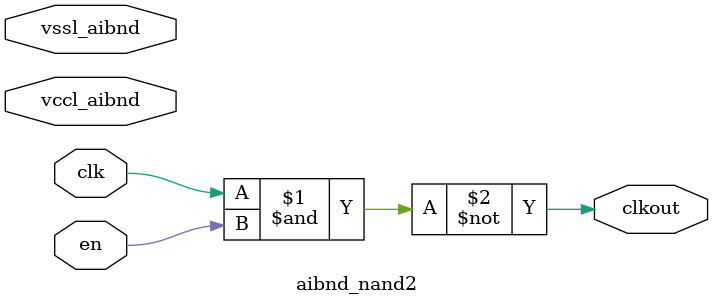
<source format=v>


// Library - aibnd_lib, Cell - aibnd_nand2, View - schematic
// LAST TIME SAVED: May  4 08:41:42 2015
// NETLIST TIME: May 11 08:41:16 2015
//`timescale 1ns / 1ns 

module aibnd_nand2 ( clkout, clk, en, vccl_aibnd, vssl_aibnd );

output  clkout;

input  clk, en, vccl_aibnd, vssl_aibnd;

// List of primary aliased buses

/*
specify 
    specparam CDS_LIBNAME  = "aibnd_lib";
    specparam CDS_CELLNAME = "aibnd_nand2";
    specparam CDS_VIEWNAME = "schematic";
endspecify
*/

assign clkout = ~(clk & en) ; 



endmodule


// End HDL models


</source>
